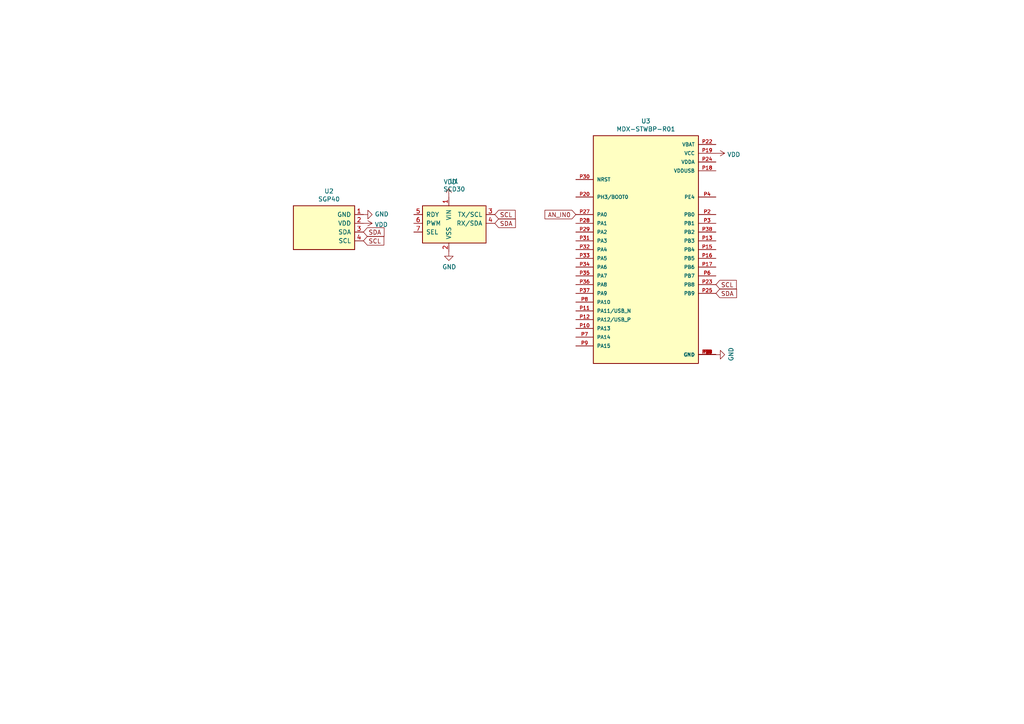
<source format=kicad_sch>
(kicad_sch (version 20230121) (generator eeschema)
  (paper "A4")
  (lib_symbols
    (symbol "power:GND" (power) (pin_names (offset 0))
      (property "Value" "GND" (at 0 -3.81 0))
      (symbol "GND_0_1"
        (polyline (pts (xy 0 0) (xy 0 -1.27) (xy 1.27 -1.27) (xy 0 -2.54) (xy -1.27 -1.27) (xy 0 -1.27)))
      )
      (symbol "GND_1_1"
        (pin power_in line (at 0 0 270) (length 0) hide (name "GND") (number "1"))
      )
    )
    (symbol "power:VDD" (power) (pin_names (offset 0))
      (property "Value" "VDD" (at 0 3.81 0))
      (symbol "VDD_0_1"
        (polyline (pts (xy -0.762 1.27) (xy 0 2.54)))
        (polyline (pts (xy 0 0) (xy 0 2.54)))
        (polyline (pts (xy 0 2.54) (xy 0.762 1.27)))
      )
      (symbol "VDD_1_1"
        (pin power_in line (at 0 0 90) (length 0) hide (name "VDD") (number "1"))
      )
    )
    (symbol "uCosm-observer-rescue:MDX-STWBP-R01-mdx-wb55" (pin_names (offset 1.016))
      (property "Reference" "U" (at -15.24 33.782 0))
      (property "Value" "mdx-wb55_MDX-STWBP-R01" (at -15.24 -35.56 0))
      (symbol "MDX-STWBP-R01-mdx-wb55_0_0"
        (rectangle (start -15.24 -33.02) (end 15.24 33.02) (stroke (width 0.254)) (fill (type background)))
        (pin power_in line (at 20.32 -30.48 180) (length 5.08) (name "GND") (number "P1"))
        (pin bidirectional line (at -20.32 -22.86 0) (length 5.08) (name "PA13") (number "P10"))
        (pin bidirectional line (at -20.32 -17.78 0) (length 5.08) (name "PA11/USB_N") (number "P11"))
        (pin bidirectional line (at -20.32 -20.32 0) (length 5.08) (name "PA12/USB_P") (number "P12"))
        (pin bidirectional line (at 20.32 2.54 180) (length 5.08) (name "PB3") (number "P13"))
        (pin power_in line (at 20.32 -30.48 180) (length 5.08) (name "GND") (number "P14"))
        (pin bidirectional line (at 20.32 0 180) (length 5.08) (name "PB4") (number "P15"))
        (pin bidirectional line (at 20.32 -2.54 180) (length 5.08) (name "PB5") (number "P16"))
        (pin bidirectional line (at 20.32 -5.08 180) (length 5.08) (name "PB6") (number "P17"))
        (pin power_in line (at 20.32 22.86 180) (length 5.08) (name "VDDUSB") (number "P18"))
        (pin power_in line (at 20.32 27.94 180) (length 5.08) (name "VCC") (number "P19"))
        (pin bidirectional line (at 20.32 10.16 180) (length 5.08) (name "PB0") (number "P2"))
        (pin bidirectional line (at -20.32 15.24 0) (length 5.08) (name "PH3/BOOT0") (number "P20"))
        (pin power_in line (at 20.32 -30.48 180) (length 5.08) (name "GND") (number "P21"))
        (pin power_in line (at 20.32 30.48 180) (length 5.08) (name "VBAT") (number "P22"))
        (pin bidirectional line (at 20.32 -10.16 180) (length 5.08) (name "PB8") (number "P23"))
        (pin power_in line (at 20.32 25.4 180) (length 5.08) (name "VDDA") (number "P24"))
        (pin bidirectional line (at 20.32 -12.7 180) (length 5.08) (name "PB9") (number "P25"))
        (pin power_in line (at 20.32 -30.48 180) (length 5.08) (name "GND") (number "P26"))
        (pin bidirectional line (at -20.32 10.16 0) (length 5.08) (name "PA0") (number "P27"))
        (pin bidirectional line (at -20.32 7.62 0) (length 5.08) (name "PA1") (number "P28"))
        (pin bidirectional line (at -20.32 5.08 0) (length 5.08) (name "PA2") (number "P29"))
        (pin bidirectional line (at 20.32 7.62 180) (length 5.08) (name "PB1") (number "P3"))
        (pin bidirectional line (at -20.32 20.32 0) (length 5.08) (name "NRST") (number "P30"))
        (pin bidirectional line (at -20.32 2.54 0) (length 5.08) (name "PA3") (number "P31"))
        (pin bidirectional line (at -20.32 0 0) (length 5.08) (name "PA4") (number "P32"))
        (pin bidirectional line (at -20.32 -2.54 0) (length 5.08) (name "PA5") (number "P33"))
        (pin bidirectional line (at -20.32 -5.08 0) (length 5.08) (name "PA6") (number "P34"))
        (pin bidirectional line (at -20.32 -7.62 0) (length 5.08) (name "PA7") (number "P35"))
        (pin bidirectional line (at -20.32 -10.16 0) (length 5.08) (name "PA8") (number "P36"))
        (pin bidirectional line (at -20.32 -12.7 0) (length 5.08) (name "PA9") (number "P37"))
        (pin bidirectional line (at 20.32 5.08 180) (length 5.08) (name "PB2") (number "P38"))
        (pin power_in line (at 20.32 -30.48 180) (length 5.08) (name "GND") (number "P39"))
        (pin bidirectional line (at 20.32 15.24 180) (length 5.08) (name "PE4") (number "P4"))
        (pin power_in line (at 20.32 -30.48 180) (length 5.08) (name "GND") (number "P40"))
        (pin power_in line (at 20.32 -30.48 180) (length 5.08) (name "GND") (number "P5"))
        (pin bidirectional line (at 20.32 -7.62 180) (length 5.08) (name "PB7") (number "P6"))
        (pin bidirectional line (at -20.32 -25.4 0) (length 5.08) (name "PA14") (number "P7"))
        (pin bidirectional line (at -20.32 -15.24 0) (length 5.08) (name "PA10") (number "P8"))
        (pin bidirectional line (at -20.32 -27.94 0) (length 5.08) (name "PA15") (number "P9"))
      )
    )
    (symbol "uCosm-observer-rescue:SCD30-scd30" (pin_names (offset 1.016))
      (property "Reference" "U" (at 0 -0.635 0))
      (property "Value" "scd30_SCD30" (at 0 1.27 0))
      (symbol "SCD30-scd30_1_1"
        (rectangle (start -13.97 8.89) (end 4.445 -1.905) (stroke (width 0.254)) (fill (type background)))
        (pin power_in line (at -6.35 11.43 270) (length 2.54) (name "VIN") (number "1"))
        (pin passive line (at -6.35 -4.445 90) (length 2.54) hide (name "VSS") (number "2"))
        (pin power_in line (at -6.35 -4.445 90) (length 2.54) (name "VSS") (number "2"))
        (pin input line (at 6.985 6.35 180) (length 2.54) (name "TX/SCL") (number "3"))
        (pin bidirectional line (at 6.985 3.81 180) (length 2.54) (name "RX/SDA") (number "4"))
        (pin output line (at -16.51 6.35 0) (length 2.54) (name "RDY") (number "5"))
        (pin output line (at -16.51 3.81 0) (length 2.54) (name "PWM") (number "6"))
        (pin input line (at -16.51 1.27 0) (length 2.54) (name "SEL") (number "7"))
      )
    )
    (symbol "uCosm-observer-rescue:SGP40-sgp40" (pin_names (offset 1.016))
      (property "Reference" "U" (at 0 2.54 0))
      (property "Value" "sgp40_SGP40" (at 0 0 0))
      (symbol "SGP40-sgp40_0_1"
        (rectangle (start -7.62 7.62) (end 10.16 -5.08) (stroke (width 0.254)) (fill (type background)))
      )
      (symbol "SGP40-sgp40_1_1"
        (pin power_in line (at 12.7 5.08 180) (length 2.54) (name "GND") (number "1"))
        (pin power_in line (at 12.7 2.54 180) (length 2.54) (name "VDD") (number "2"))
        (pin open_collector line (at 12.7 0 180) (length 2.54) (name "SDA") (number "3"))
        (pin open_collector line (at 12.7 -2.54 180) (length 2.54) (name "SCL") (number "4"))
      )
    )
  )
  (global_label "SDA" (shape input) (at 105.41 67.31 0) (property "Intersheetrefs" "${INTERSHEET_REFS}" (effects hide)))
  (global_label "SCL" (shape input) (at 143.51 62.23 0) (property "Intersheetrefs" "${INTERSHEET_REFS}" (effects hide)))
  (global_label "SDA" (shape input) (at 207.645 85.09 0) (property "Intersheetrefs" "${INTERSHEET_REFS}" (effects hide)))
  (global_label "SCL" (shape input) (at 105.41 69.85 0) (property "Intersheetrefs" "${INTERSHEET_REFS}" (effects hide)))
  (global_label "SCL" (shape input) (at 207.645 82.55 0) (property "Intersheetrefs" "${INTERSHEET_REFS}" (effects hide)))
  (global_label "AN_IN0" (shape input) (at 167.005 62.23 180) (property "Intersheetrefs" "${INTERSHEET_REFS}" (effects hide)))
  (global_label "SDA" (shape input) (at 143.51 64.77 0) (property "Intersheetrefs" "${INTERSHEET_REFS}" (effects hide)))
  (symbol (lib_id "uCosm-observer-rescue:SCD30-scd30") (at 136.525 68.58 0) (unit 1)
    (property "Reference" "U1" (at 131.7498 52.5526 0))
    (property "Value" "SCD30" (at 131.7498 54.864 0))
    (property "Footprint" "scd30:scd30" (effects hide))
  )
  (symbol (lib_id "uCosm-observer-rescue:SGP40-sgp40") (at 92.71 67.31 0) (unit 1)
    (property "Reference" "U2" (at 95.4278 55.4482 0))
    (property "Value" "SGP40" (at 95.4278 57.7596 0))
    (property "Footprint" "sgp40:sgp40-sparkx-breakout" (effects hide))
  )
  (symbol (lib_id "power:GND") (at 105.41 62.23 90) (unit 1)
    (property "Reference" "#PWR0101" (effects hide))
    (property "Value" "GND" (at 108.6612 62.103 90) (effects (justify right)))
  )
  (symbol (lib_id "uCosm-observer-rescue:MDX-STWBP-R01-mdx-wb55") (at 187.325 72.39 0) (unit 1)
    (property "Reference" "U3" (at 187.325 35.1282 0))
    (property "Value" "MDX-STWBP-R01" (at 187.325 37.4396 0))
    (property "Footprint" "XCVR_MDX-STWBP-R01" (effects hide))
    (property "MANUFACTURER" "Arrow" (effects hide))
    (property "STANDARD" "Manufacturer Recommendations" (effects hide))
    (property "PARTREV" "1.5" (effects hide))
  )
  (symbol (lib_id "power:VDD") (at 105.41 64.77 270) (unit 1)
    (property "Reference" "#PWR0102" (effects hide))
    (property "Value" "VDD" (at 108.6612 65.151 90) (effects (justify left)))
  )
  (symbol (lib_id "power:GND") (at 130.175 73.025 0) (unit 1)
    (property "Reference" "#PWR0103" (effects hide))
    (property "Value" "GND" (at 130.302 77.4192 0))
  )
  (symbol (lib_id "power:VDD") (at 130.175 57.15 0) (unit 1)
    (property "Reference" "#PWR0104" (effects hide))
    (property "Value" "VDD" (at 130.556 52.7558 0))
  )
  (symbol (lib_id "power:GND") (at 207.645 102.87 90) (unit 1)
    (property "Reference" "#PWR0105" (effects hide))
    (property "Value" "GND" (at 212.0392 102.743 0))
  )
  (symbol (lib_id "power:VDD") (at 207.645 44.45 270) (unit 1)
    (property "Reference" "#PWR0106" (effects hide))
    (property "Value" "VDD" (at 210.8962 44.831 90) (effects (justify left)))
  )
)
</source>
